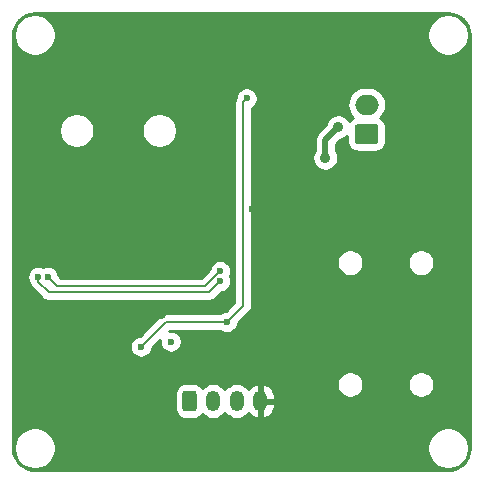
<source format=gbl>
G04 #@! TF.GenerationSoftware,KiCad,Pcbnew,(5.1.8)-1*
G04 #@! TF.CreationDate,2021-04-18T13:12:28+09:00*
G04 #@! TF.ProjectId,USB-Audio-StereoMic&MonauralSpeaker,5553422d-4175-4646-996f-2d5374657265,rev?*
G04 #@! TF.SameCoordinates,Original*
G04 #@! TF.FileFunction,Copper,L2,Bot*
G04 #@! TF.FilePolarity,Positive*
%FSLAX46Y46*%
G04 Gerber Fmt 4.6, Leading zero omitted, Abs format (unit mm)*
G04 Created by KiCad (PCBNEW (5.1.8)-1) date 2021-04-18 13:12:28*
%MOMM*%
%LPD*%
G01*
G04 APERTURE LIST*
G04 #@! TA.AperFunction,ComponentPad*
%ADD10O,2.000000X1.700000*%
G04 #@! TD*
G04 #@! TA.AperFunction,ComponentPad*
%ADD11O,1.200000X1.750000*%
G04 #@! TD*
G04 #@! TA.AperFunction,ComponentPad*
%ADD12C,0.508000*%
G04 #@! TD*
G04 #@! TA.AperFunction,ViaPad*
%ADD13C,0.600000*%
G04 #@! TD*
G04 #@! TA.AperFunction,ViaPad*
%ADD14C,0.900000*%
G04 #@! TD*
G04 #@! TA.AperFunction,Conductor*
%ADD15C,3.000000*%
G04 #@! TD*
G04 #@! TA.AperFunction,Conductor*
%ADD16C,0.500000*%
G04 #@! TD*
G04 #@! TA.AperFunction,Conductor*
%ADD17C,0.200000*%
G04 #@! TD*
G04 #@! TA.AperFunction,Conductor*
%ADD18C,0.254000*%
G04 #@! TD*
G04 #@! TA.AperFunction,Conductor*
%ADD19C,0.152400*%
G04 #@! TD*
G04 APERTURE END LIST*
D10*
G04 #@! TO.P,J4,2*
G04 #@! TO.N,Net-(J4-Pad2)*
X130600000Y-103400000D03*
G04 #@! TO.P,J4,1*
G04 #@! TO.N,Net-(J4-Pad1)*
G04 #@! TA.AperFunction,ComponentPad*
G36*
G01*
X131350000Y-106750000D02*
X129850000Y-106750000D01*
G75*
G02*
X129600000Y-106500000I0J250000D01*
G01*
X129600000Y-105300000D01*
G75*
G02*
X129850000Y-105050000I250000J0D01*
G01*
X131350000Y-105050000D01*
G75*
G02*
X131600000Y-105300000I0J-250000D01*
G01*
X131600000Y-106500000D01*
G75*
G02*
X131350000Y-106750000I-250000J0D01*
G01*
G37*
G04 #@! TD.AperFunction*
G04 #@! TD*
D11*
G04 #@! TO.P,J1,4*
G04 #@! TO.N,GND*
X121600000Y-128500000D03*
G04 #@! TO.P,J1,3*
G04 #@! TO.N,Net-(J1-Pad3)*
X119600000Y-128500000D03*
G04 #@! TO.P,J1,2*
G04 #@! TO.N,Net-(J1-Pad2)*
X117600000Y-128500000D03*
G04 #@! TO.P,J1,1*
G04 #@! TO.N,Net-(F1-Pad2)*
G04 #@! TA.AperFunction,ComponentPad*
G36*
G01*
X115000000Y-129125001D02*
X115000000Y-127874999D01*
G75*
G02*
X115249999Y-127625000I249999J0D01*
G01*
X115950001Y-127625000D01*
G75*
G02*
X116200000Y-127874999I0J-249999D01*
G01*
X116200000Y-129125001D01*
G75*
G02*
X115950001Y-129375000I-249999J0D01*
G01*
X115249999Y-129375000D01*
G75*
G02*
X115000000Y-129125001I0J249999D01*
G01*
G37*
G04 #@! TD.AperFunction*
G04 #@! TD*
D12*
G04 #@! TO.P,U4,9*
G04 #@! TO.N,GND*
X122500000Y-104206300D03*
X122500000Y-104993700D03*
G04 #@! TD*
D13*
G04 #@! TO.N,GND*
X105700000Y-113100000D03*
X107900000Y-112800000D03*
X103100000Y-113100000D03*
X110600000Y-112000000D03*
D14*
X113200000Y-121100000D03*
D13*
X103800000Y-115000000D03*
X109100000Y-125300000D03*
X110900000Y-127200000D03*
X109000000Y-127200000D03*
X103500000Y-128100000D03*
X101300000Y-127200000D03*
X105800000Y-129100000D03*
X120900000Y-112200000D03*
X122400000Y-112200000D03*
D14*
X136400000Y-111400000D03*
X136400000Y-121500000D03*
X106900000Y-109500000D03*
D13*
X108882106Y-117733563D03*
D14*
X118500000Y-123500000D03*
X128300000Y-103900000D03*
G04 #@! TO.N,+3V3*
X127100000Y-107900000D03*
X128200000Y-105300000D03*
D13*
G04 #@! TO.N,Net-(C16-Pad1)*
X118200000Y-117500000D03*
X103600000Y-118000000D03*
G04 #@! TO.N,Net-(C17-Pad1)*
X118211692Y-118336852D03*
X102799987Y-118000000D03*
G04 #@! TO.N,Net-(R1-Pad1)*
X114018909Y-123470416D03*
G04 #@! TO.N,EN*
X111500000Y-123900000D03*
X120444115Y-102869610D03*
X118800000Y-121800000D03*
G04 #@! TD*
D15*
G04 #@! TO.N,GND*
X122500000Y-104993700D02*
X122500000Y-104206300D01*
D16*
G04 #@! TO.N,+3V3*
X127100000Y-106400000D02*
X128200000Y-105300000D01*
X127100000Y-107900000D02*
X127100000Y-106400000D01*
D17*
G04 #@! TO.N,Net-(C16-Pad1)*
X104400000Y-118800000D02*
X103600000Y-118000000D01*
X116900000Y-118800000D02*
X104400000Y-118800000D01*
X118200000Y-117500000D02*
X116900000Y-118800000D01*
G04 #@! TO.N,Net-(C17-Pad1)*
X117248535Y-119300009D02*
X103675732Y-119300009D01*
X118211692Y-118336852D02*
X117248535Y-119300009D01*
X103675732Y-119300009D02*
X102799987Y-118424264D01*
X102799987Y-118424264D02*
X102799987Y-118000000D01*
G04 #@! TO.N,EN*
X113600000Y-121800000D02*
X111500000Y-123900000D01*
X118800000Y-121800000D02*
X113600000Y-121800000D01*
X120144116Y-103169609D02*
X120444115Y-102869610D01*
X120144116Y-120455884D02*
X120144116Y-103169609D01*
X118800000Y-121800000D02*
X120144116Y-120455884D01*
G04 #@! TD*
D18*
G04 #@! TO.N,GND*
X137856775Y-95698147D02*
X138199967Y-95801763D01*
X138516489Y-95970062D01*
X138794299Y-96196637D01*
X139022806Y-96472856D01*
X139193310Y-96788197D01*
X139299319Y-97130656D01*
X139340001Y-97517722D01*
X139340000Y-132467721D01*
X139301853Y-132856776D01*
X139198238Y-133199964D01*
X139029939Y-133516489D01*
X138803365Y-133794296D01*
X138527146Y-134022805D01*
X138211803Y-134193310D01*
X137869344Y-134299319D01*
X137482288Y-134340000D01*
X102532279Y-134340000D01*
X102143224Y-134301853D01*
X101800036Y-134198238D01*
X101483511Y-134029939D01*
X101205704Y-133803365D01*
X100977195Y-133527146D01*
X100806690Y-133211803D01*
X100700681Y-132869344D01*
X100660000Y-132482288D01*
X100660000Y-132325529D01*
X100728571Y-132325529D01*
X100728571Y-132674471D01*
X100796646Y-133016707D01*
X100930180Y-133339086D01*
X101124041Y-133629220D01*
X101370780Y-133875959D01*
X101660914Y-134069820D01*
X101983293Y-134203354D01*
X102325529Y-134271429D01*
X102674471Y-134271429D01*
X103016707Y-134203354D01*
X103339086Y-134069820D01*
X103629220Y-133875959D01*
X103875959Y-133629220D01*
X104069820Y-133339086D01*
X104203354Y-133016707D01*
X104271429Y-132674471D01*
X104271429Y-132325529D01*
X135728571Y-132325529D01*
X135728571Y-132674471D01*
X135796646Y-133016707D01*
X135930180Y-133339086D01*
X136124041Y-133629220D01*
X136370780Y-133875959D01*
X136660914Y-134069820D01*
X136983293Y-134203354D01*
X137325529Y-134271429D01*
X137674471Y-134271429D01*
X138016707Y-134203354D01*
X138339086Y-134069820D01*
X138629220Y-133875959D01*
X138875959Y-133629220D01*
X139069820Y-133339086D01*
X139203354Y-133016707D01*
X139271429Y-132674471D01*
X139271429Y-132325529D01*
X139203354Y-131983293D01*
X139069820Y-131660914D01*
X138875959Y-131370780D01*
X138629220Y-131124041D01*
X138339086Y-130930180D01*
X138016707Y-130796646D01*
X137674471Y-130728571D01*
X137325529Y-130728571D01*
X136983293Y-130796646D01*
X136660914Y-130930180D01*
X136370780Y-131124041D01*
X136124041Y-131370780D01*
X135930180Y-131660914D01*
X135796646Y-131983293D01*
X135728571Y-132325529D01*
X104271429Y-132325529D01*
X104203354Y-131983293D01*
X104069820Y-131660914D01*
X103875959Y-131370780D01*
X103629220Y-131124041D01*
X103339086Y-130930180D01*
X103016707Y-130796646D01*
X102674471Y-130728571D01*
X102325529Y-130728571D01*
X101983293Y-130796646D01*
X101660914Y-130930180D01*
X101370780Y-131124041D01*
X101124041Y-131370780D01*
X100930180Y-131660914D01*
X100796646Y-131983293D01*
X100728571Y-132325529D01*
X100660000Y-132325529D01*
X100660000Y-127874999D01*
X114361928Y-127874999D01*
X114361928Y-129125001D01*
X114378992Y-129298255D01*
X114429528Y-129464851D01*
X114511595Y-129618387D01*
X114622038Y-129752962D01*
X114756613Y-129863405D01*
X114910149Y-129945472D01*
X115076745Y-129996008D01*
X115249999Y-130013072D01*
X115950001Y-130013072D01*
X116123255Y-129996008D01*
X116289851Y-129945472D01*
X116443387Y-129863405D01*
X116577962Y-129752962D01*
X116688405Y-129618387D01*
X116690810Y-129613888D01*
X116722499Y-129652502D01*
X116910552Y-129806833D01*
X117125100Y-129921511D01*
X117357899Y-129992130D01*
X117600000Y-130015975D01*
X117842102Y-129992130D01*
X118074901Y-129921511D01*
X118289449Y-129806833D01*
X118477502Y-129652502D01*
X118600001Y-129503237D01*
X118722499Y-129652502D01*
X118910552Y-129806833D01*
X119125100Y-129921511D01*
X119357899Y-129992130D01*
X119600000Y-130015975D01*
X119842102Y-129992130D01*
X120074901Y-129921511D01*
X120289449Y-129806833D01*
X120477502Y-129652502D01*
X120600481Y-129502652D01*
X120643693Y-129566725D01*
X120816526Y-129738078D01*
X121019467Y-129872421D01*
X121244718Y-129964591D01*
X121282391Y-129968462D01*
X121473000Y-129843731D01*
X121473000Y-128627000D01*
X121727000Y-128627000D01*
X121727000Y-129843731D01*
X121917609Y-129968462D01*
X121955282Y-129964591D01*
X122180533Y-129872421D01*
X122383474Y-129738078D01*
X122556307Y-129566725D01*
X122692390Y-129364946D01*
X122786493Y-129140496D01*
X122835000Y-128902000D01*
X122835000Y-128627000D01*
X121727000Y-128627000D01*
X121473000Y-128627000D01*
X121453000Y-128627000D01*
X121453000Y-128373000D01*
X121473000Y-128373000D01*
X121473000Y-127156269D01*
X121727000Y-127156269D01*
X121727000Y-128373000D01*
X122835000Y-128373000D01*
X122835000Y-128098000D01*
X122786493Y-127859504D01*
X122692390Y-127635054D01*
X122556307Y-127433275D01*
X122383474Y-127261922D01*
X122180533Y-127127579D01*
X121955282Y-127035409D01*
X121917609Y-127031538D01*
X121727000Y-127156269D01*
X121473000Y-127156269D01*
X121282391Y-127031538D01*
X121244718Y-127035409D01*
X121019467Y-127127579D01*
X120816526Y-127261922D01*
X120643693Y-127433275D01*
X120600481Y-127497348D01*
X120477502Y-127347498D01*
X120289448Y-127193167D01*
X120074900Y-127078489D01*
X119842101Y-127007870D01*
X119642512Y-126988212D01*
X128065000Y-126988212D01*
X128065000Y-127211788D01*
X128108617Y-127431067D01*
X128194176Y-127637624D01*
X128318388Y-127823520D01*
X128476480Y-127981612D01*
X128662376Y-128105824D01*
X128868933Y-128191383D01*
X129088212Y-128235000D01*
X129311788Y-128235000D01*
X129531067Y-128191383D01*
X129737624Y-128105824D01*
X129923520Y-127981612D01*
X130081612Y-127823520D01*
X130205824Y-127637624D01*
X130291383Y-127431067D01*
X130335000Y-127211788D01*
X130335000Y-126988212D01*
X134065000Y-126988212D01*
X134065000Y-127211788D01*
X134108617Y-127431067D01*
X134194176Y-127637624D01*
X134318388Y-127823520D01*
X134476480Y-127981612D01*
X134662376Y-128105824D01*
X134868933Y-128191383D01*
X135088212Y-128235000D01*
X135311788Y-128235000D01*
X135531067Y-128191383D01*
X135737624Y-128105824D01*
X135923520Y-127981612D01*
X136081612Y-127823520D01*
X136205824Y-127637624D01*
X136291383Y-127431067D01*
X136335000Y-127211788D01*
X136335000Y-126988212D01*
X136291383Y-126768933D01*
X136205824Y-126562376D01*
X136081612Y-126376480D01*
X135923520Y-126218388D01*
X135737624Y-126094176D01*
X135531067Y-126008617D01*
X135311788Y-125965000D01*
X135088212Y-125965000D01*
X134868933Y-126008617D01*
X134662376Y-126094176D01*
X134476480Y-126218388D01*
X134318388Y-126376480D01*
X134194176Y-126562376D01*
X134108617Y-126768933D01*
X134065000Y-126988212D01*
X130335000Y-126988212D01*
X130291383Y-126768933D01*
X130205824Y-126562376D01*
X130081612Y-126376480D01*
X129923520Y-126218388D01*
X129737624Y-126094176D01*
X129531067Y-126008617D01*
X129311788Y-125965000D01*
X129088212Y-125965000D01*
X128868933Y-126008617D01*
X128662376Y-126094176D01*
X128476480Y-126218388D01*
X128318388Y-126376480D01*
X128194176Y-126562376D01*
X128108617Y-126768933D01*
X128065000Y-126988212D01*
X119642512Y-126988212D01*
X119600000Y-126984025D01*
X119357898Y-127007870D01*
X119125099Y-127078489D01*
X118910551Y-127193167D01*
X118722498Y-127347498D01*
X118600000Y-127496763D01*
X118477502Y-127347498D01*
X118289448Y-127193167D01*
X118074900Y-127078489D01*
X117842101Y-127007870D01*
X117600000Y-126984025D01*
X117357898Y-127007870D01*
X117125099Y-127078489D01*
X116910551Y-127193167D01*
X116722498Y-127347498D01*
X116690809Y-127386111D01*
X116688405Y-127381613D01*
X116577962Y-127247038D01*
X116443387Y-127136595D01*
X116289851Y-127054528D01*
X116123255Y-127003992D01*
X115950001Y-126986928D01*
X115249999Y-126986928D01*
X115076745Y-127003992D01*
X114910149Y-127054528D01*
X114756613Y-127136595D01*
X114622038Y-127247038D01*
X114511595Y-127381613D01*
X114429528Y-127535149D01*
X114378992Y-127701745D01*
X114361928Y-127874999D01*
X100660000Y-127874999D01*
X100660000Y-123807911D01*
X110565000Y-123807911D01*
X110565000Y-123992089D01*
X110600932Y-124172729D01*
X110671414Y-124342889D01*
X110773738Y-124496028D01*
X110903972Y-124626262D01*
X111057111Y-124728586D01*
X111227271Y-124799068D01*
X111407911Y-124835000D01*
X111592089Y-124835000D01*
X111772729Y-124799068D01*
X111942889Y-124728586D01*
X112096028Y-124626262D01*
X112226262Y-124496028D01*
X112328586Y-124342889D01*
X112399068Y-124172729D01*
X112431932Y-124007515D01*
X113089568Y-123349879D01*
X113083909Y-123378327D01*
X113083909Y-123562505D01*
X113119841Y-123743145D01*
X113190323Y-123913305D01*
X113292647Y-124066444D01*
X113422881Y-124196678D01*
X113576020Y-124299002D01*
X113746180Y-124369484D01*
X113926820Y-124405416D01*
X114110998Y-124405416D01*
X114291638Y-124369484D01*
X114461798Y-124299002D01*
X114614937Y-124196678D01*
X114745171Y-124066444D01*
X114847495Y-123913305D01*
X114917977Y-123743145D01*
X114953909Y-123562505D01*
X114953909Y-123378327D01*
X114917977Y-123197687D01*
X114847495Y-123027527D01*
X114745171Y-122874388D01*
X114614937Y-122744154D01*
X114461798Y-122641830D01*
X114291638Y-122571348D01*
X114110998Y-122535416D01*
X113926820Y-122535416D01*
X113898372Y-122541075D01*
X113904447Y-122535000D01*
X118217049Y-122535000D01*
X118357111Y-122628586D01*
X118527271Y-122699068D01*
X118707911Y-122735000D01*
X118892089Y-122735000D01*
X119072729Y-122699068D01*
X119242889Y-122628586D01*
X119396028Y-122526262D01*
X119526262Y-122396028D01*
X119628586Y-122242889D01*
X119699068Y-122072729D01*
X119731932Y-121907515D01*
X120638313Y-121001134D01*
X120666353Y-120978122D01*
X120689366Y-120950081D01*
X120689369Y-120950078D01*
X120729702Y-120900932D01*
X120758203Y-120866204D01*
X120826453Y-120738517D01*
X120868481Y-120599969D01*
X120879116Y-120491989D01*
X120879116Y-120491988D01*
X120882672Y-120455885D01*
X120879116Y-120419780D01*
X120879116Y-116688212D01*
X128065000Y-116688212D01*
X128065000Y-116911788D01*
X128108617Y-117131067D01*
X128194176Y-117337624D01*
X128318388Y-117523520D01*
X128476480Y-117681612D01*
X128662376Y-117805824D01*
X128868933Y-117891383D01*
X129088212Y-117935000D01*
X129311788Y-117935000D01*
X129531067Y-117891383D01*
X129737624Y-117805824D01*
X129923520Y-117681612D01*
X130081612Y-117523520D01*
X130205824Y-117337624D01*
X130291383Y-117131067D01*
X130335000Y-116911788D01*
X130335000Y-116688212D01*
X134065000Y-116688212D01*
X134065000Y-116911788D01*
X134108617Y-117131067D01*
X134194176Y-117337624D01*
X134318388Y-117523520D01*
X134476480Y-117681612D01*
X134662376Y-117805824D01*
X134868933Y-117891383D01*
X135088212Y-117935000D01*
X135311788Y-117935000D01*
X135531067Y-117891383D01*
X135737624Y-117805824D01*
X135923520Y-117681612D01*
X136081612Y-117523520D01*
X136205824Y-117337624D01*
X136291383Y-117131067D01*
X136335000Y-116911788D01*
X136335000Y-116688212D01*
X136291383Y-116468933D01*
X136205824Y-116262376D01*
X136081612Y-116076480D01*
X135923520Y-115918388D01*
X135737624Y-115794176D01*
X135531067Y-115708617D01*
X135311788Y-115665000D01*
X135088212Y-115665000D01*
X134868933Y-115708617D01*
X134662376Y-115794176D01*
X134476480Y-115918388D01*
X134318388Y-116076480D01*
X134194176Y-116262376D01*
X134108617Y-116468933D01*
X134065000Y-116688212D01*
X130335000Y-116688212D01*
X130291383Y-116468933D01*
X130205824Y-116262376D01*
X130081612Y-116076480D01*
X129923520Y-115918388D01*
X129737624Y-115794176D01*
X129531067Y-115708617D01*
X129311788Y-115665000D01*
X129088212Y-115665000D01*
X128868933Y-115708617D01*
X128662376Y-115794176D01*
X128476480Y-115918388D01*
X128318388Y-116076480D01*
X128194176Y-116262376D01*
X128108617Y-116468933D01*
X128065000Y-116688212D01*
X120879116Y-116688212D01*
X120879116Y-107793137D01*
X126015000Y-107793137D01*
X126015000Y-108006863D01*
X126056696Y-108216483D01*
X126138485Y-108413940D01*
X126257225Y-108591647D01*
X126408353Y-108742775D01*
X126586060Y-108861515D01*
X126783517Y-108943304D01*
X126993137Y-108985000D01*
X127206863Y-108985000D01*
X127416483Y-108943304D01*
X127613940Y-108861515D01*
X127791647Y-108742775D01*
X127942775Y-108591647D01*
X128061515Y-108413940D01*
X128143304Y-108216483D01*
X128185000Y-108006863D01*
X128185000Y-107793137D01*
X128143304Y-107583517D01*
X128061515Y-107386060D01*
X127985000Y-107271547D01*
X127985000Y-106766578D01*
X128381406Y-106370172D01*
X128516483Y-106343304D01*
X128713940Y-106261515D01*
X128891647Y-106142775D01*
X128961928Y-106072494D01*
X128961928Y-106500000D01*
X128978992Y-106673254D01*
X129029528Y-106839850D01*
X129111595Y-106993386D01*
X129222038Y-107127962D01*
X129356614Y-107238405D01*
X129510150Y-107320472D01*
X129676746Y-107371008D01*
X129850000Y-107388072D01*
X131350000Y-107388072D01*
X131523254Y-107371008D01*
X131689850Y-107320472D01*
X131843386Y-107238405D01*
X131977962Y-107127962D01*
X132088405Y-106993386D01*
X132170472Y-106839850D01*
X132221008Y-106673254D01*
X132238072Y-106500000D01*
X132238072Y-105300000D01*
X132221008Y-105126746D01*
X132170472Y-104960150D01*
X132088405Y-104806614D01*
X131977962Y-104672038D01*
X131843386Y-104561595D01*
X131741663Y-104507223D01*
X131805134Y-104455134D01*
X131990706Y-104229014D01*
X132128599Y-103971034D01*
X132213513Y-103691111D01*
X132242185Y-103400000D01*
X132213513Y-103108889D01*
X132128599Y-102828966D01*
X131990706Y-102570986D01*
X131805134Y-102344866D01*
X131579014Y-102159294D01*
X131321034Y-102021401D01*
X131041111Y-101936487D01*
X130822950Y-101915000D01*
X130377050Y-101915000D01*
X130158889Y-101936487D01*
X129878966Y-102021401D01*
X129620986Y-102159294D01*
X129394866Y-102344866D01*
X129209294Y-102570986D01*
X129071401Y-102828966D01*
X128986487Y-103108889D01*
X128957815Y-103400000D01*
X128986487Y-103691111D01*
X129071401Y-103971034D01*
X129209294Y-104229014D01*
X129394866Y-104455134D01*
X129458337Y-104507223D01*
X129356614Y-104561595D01*
X129222038Y-104672038D01*
X129146682Y-104763860D01*
X129042775Y-104608353D01*
X128891647Y-104457225D01*
X128713940Y-104338485D01*
X128516483Y-104256696D01*
X128306863Y-104215000D01*
X128093137Y-104215000D01*
X127883517Y-104256696D01*
X127686060Y-104338485D01*
X127508353Y-104457225D01*
X127357225Y-104608353D01*
X127238485Y-104786060D01*
X127156696Y-104983517D01*
X127129828Y-105118594D01*
X126504951Y-105743471D01*
X126471184Y-105771183D01*
X126443471Y-105804951D01*
X126443468Y-105804954D01*
X126360590Y-105905941D01*
X126278412Y-106059687D01*
X126227805Y-106226510D01*
X126210719Y-106400000D01*
X126215001Y-106443479D01*
X126215000Y-107271547D01*
X126138485Y-107386060D01*
X126056696Y-107583517D01*
X126015000Y-107793137D01*
X120879116Y-107793137D01*
X120879116Y-105595087D01*
X122078219Y-105595087D01*
X122083009Y-105783704D01*
X122245143Y-105849875D01*
X122417071Y-105883143D01*
X122592186Y-105882231D01*
X122763759Y-105847174D01*
X122916991Y-105783704D01*
X122921781Y-105595087D01*
X122500000Y-105173305D01*
X122078219Y-105595087D01*
X120879116Y-105595087D01*
X120879116Y-104123371D01*
X121610557Y-104123371D01*
X121611469Y-104298486D01*
X121646526Y-104470059D01*
X121700420Y-104600172D01*
X121643825Y-104738843D01*
X121610557Y-104910771D01*
X121611469Y-105085886D01*
X121646526Y-105257459D01*
X121709996Y-105410691D01*
X121898613Y-105415481D01*
X122250570Y-105063525D01*
X122417071Y-105095743D01*
X122592186Y-105094831D01*
X122748747Y-105062841D01*
X123101387Y-105415481D01*
X123290004Y-105410691D01*
X123356175Y-105248557D01*
X123389443Y-105076629D01*
X123388531Y-104901514D01*
X123353474Y-104729941D01*
X123299580Y-104599828D01*
X123356175Y-104461157D01*
X123389443Y-104289229D01*
X123388531Y-104114114D01*
X123353474Y-103942541D01*
X123290004Y-103789309D01*
X123101387Y-103784519D01*
X122749430Y-104136475D01*
X122582929Y-104104257D01*
X122407814Y-104105169D01*
X122251253Y-104137159D01*
X121898613Y-103784519D01*
X121709996Y-103789309D01*
X121643825Y-103951443D01*
X121610557Y-104123371D01*
X120879116Y-104123371D01*
X120879116Y-103701463D01*
X120887004Y-103698196D01*
X121026612Y-103604913D01*
X122078219Y-103604913D01*
X122500000Y-104026695D01*
X122921781Y-103604913D01*
X122916991Y-103416296D01*
X122754857Y-103350125D01*
X122582929Y-103316857D01*
X122407814Y-103317769D01*
X122236241Y-103352826D01*
X122083009Y-103416296D01*
X122078219Y-103604913D01*
X121026612Y-103604913D01*
X121040143Y-103595872D01*
X121170377Y-103465638D01*
X121272701Y-103312499D01*
X121343183Y-103142339D01*
X121379115Y-102961699D01*
X121379115Y-102777521D01*
X121343183Y-102596881D01*
X121272701Y-102426721D01*
X121170377Y-102273582D01*
X121040143Y-102143348D01*
X120887004Y-102041024D01*
X120716844Y-101970542D01*
X120536204Y-101934610D01*
X120352026Y-101934610D01*
X120171386Y-101970542D01*
X120001226Y-102041024D01*
X119848087Y-102143348D01*
X119717853Y-102273582D01*
X119615529Y-102426721D01*
X119545047Y-102596881D01*
X119509115Y-102777521D01*
X119509115Y-102798419D01*
X119461780Y-102886976D01*
X119419751Y-103025524D01*
X119405560Y-103169609D01*
X119409117Y-103205724D01*
X119409116Y-120151437D01*
X118692485Y-120868068D01*
X118527271Y-120900932D01*
X118357111Y-120971414D01*
X118217049Y-121065000D01*
X113636094Y-121065000D01*
X113599999Y-121061445D01*
X113563904Y-121065000D01*
X113563895Y-121065000D01*
X113455915Y-121075635D01*
X113317367Y-121117663D01*
X113189680Y-121185913D01*
X113077762Y-121277762D01*
X113054746Y-121305807D01*
X111392485Y-122968068D01*
X111227271Y-123000932D01*
X111057111Y-123071414D01*
X110903972Y-123173738D01*
X110773738Y-123303972D01*
X110671414Y-123457111D01*
X110600932Y-123627271D01*
X110565000Y-123807911D01*
X100660000Y-123807911D01*
X100660000Y-117907911D01*
X101864987Y-117907911D01*
X101864987Y-118092089D01*
X101900919Y-118272729D01*
X101971401Y-118442889D01*
X102073725Y-118596028D01*
X102088501Y-118610804D01*
X102117650Y-118706896D01*
X102185900Y-118834583D01*
X102277749Y-118946501D01*
X102305795Y-118969518D01*
X103130478Y-119794202D01*
X103153494Y-119822247D01*
X103265412Y-119914096D01*
X103393099Y-119982346D01*
X103531647Y-120024374D01*
X103639627Y-120035009D01*
X103639636Y-120035009D01*
X103675731Y-120038564D01*
X103711826Y-120035009D01*
X117212430Y-120035009D01*
X117248535Y-120038565D01*
X117284640Y-120035009D01*
X117392620Y-120024374D01*
X117531168Y-119982346D01*
X117658855Y-119914096D01*
X117770773Y-119822247D01*
X117793793Y-119794197D01*
X118319207Y-119268784D01*
X118484421Y-119235920D01*
X118654581Y-119165438D01*
X118807720Y-119063114D01*
X118937954Y-118932880D01*
X119040278Y-118779741D01*
X119110760Y-118609581D01*
X119146692Y-118428941D01*
X119146692Y-118244763D01*
X119110760Y-118064123D01*
X119044565Y-117904312D01*
X119099068Y-117772729D01*
X119135000Y-117592089D01*
X119135000Y-117407911D01*
X119099068Y-117227271D01*
X119028586Y-117057111D01*
X118926262Y-116903972D01*
X118796028Y-116773738D01*
X118642889Y-116671414D01*
X118472729Y-116600932D01*
X118292089Y-116565000D01*
X118107911Y-116565000D01*
X117927271Y-116600932D01*
X117757111Y-116671414D01*
X117603972Y-116773738D01*
X117473738Y-116903972D01*
X117371414Y-117057111D01*
X117300932Y-117227271D01*
X117268068Y-117392485D01*
X116595554Y-118065000D01*
X104704447Y-118065000D01*
X104531932Y-117892485D01*
X104499068Y-117727271D01*
X104428586Y-117557111D01*
X104326262Y-117403972D01*
X104196028Y-117273738D01*
X104042889Y-117171414D01*
X103872729Y-117100932D01*
X103692089Y-117065000D01*
X103507911Y-117065000D01*
X103327271Y-117100932D01*
X103199994Y-117153652D01*
X103072716Y-117100932D01*
X102892076Y-117065000D01*
X102707898Y-117065000D01*
X102527258Y-117100932D01*
X102357098Y-117171414D01*
X102203959Y-117273738D01*
X102073725Y-117403972D01*
X101971401Y-117557111D01*
X101900919Y-117727271D01*
X101864987Y-117907911D01*
X100660000Y-117907911D01*
X100660000Y-105453740D01*
X104565000Y-105453740D01*
X104565000Y-105746260D01*
X104622068Y-106033158D01*
X104734010Y-106303411D01*
X104896525Y-106546632D01*
X105103368Y-106753475D01*
X105346589Y-106915990D01*
X105616842Y-107027932D01*
X105903740Y-107085000D01*
X106196260Y-107085000D01*
X106483158Y-107027932D01*
X106753411Y-106915990D01*
X106996632Y-106753475D01*
X107203475Y-106546632D01*
X107365990Y-106303411D01*
X107477932Y-106033158D01*
X107535000Y-105746260D01*
X107535000Y-105453740D01*
X111565000Y-105453740D01*
X111565000Y-105746260D01*
X111622068Y-106033158D01*
X111734010Y-106303411D01*
X111896525Y-106546632D01*
X112103368Y-106753475D01*
X112346589Y-106915990D01*
X112616842Y-107027932D01*
X112903740Y-107085000D01*
X113196260Y-107085000D01*
X113483158Y-107027932D01*
X113753411Y-106915990D01*
X113996632Y-106753475D01*
X114203475Y-106546632D01*
X114365990Y-106303411D01*
X114477932Y-106033158D01*
X114535000Y-105746260D01*
X114535000Y-105453740D01*
X114477932Y-105166842D01*
X114365990Y-104896589D01*
X114203475Y-104653368D01*
X113996632Y-104446525D01*
X113753411Y-104284010D01*
X113483158Y-104172068D01*
X113196260Y-104115000D01*
X112903740Y-104115000D01*
X112616842Y-104172068D01*
X112346589Y-104284010D01*
X112103368Y-104446525D01*
X111896525Y-104653368D01*
X111734010Y-104896589D01*
X111622068Y-105166842D01*
X111565000Y-105453740D01*
X107535000Y-105453740D01*
X107477932Y-105166842D01*
X107365990Y-104896589D01*
X107203475Y-104653368D01*
X106996632Y-104446525D01*
X106753411Y-104284010D01*
X106483158Y-104172068D01*
X106196260Y-104115000D01*
X105903740Y-104115000D01*
X105616842Y-104172068D01*
X105346589Y-104284010D01*
X105103368Y-104446525D01*
X104896525Y-104653368D01*
X104734010Y-104896589D01*
X104622068Y-105166842D01*
X104565000Y-105453740D01*
X100660000Y-105453740D01*
X100660000Y-97532279D01*
X100680271Y-97325529D01*
X100728571Y-97325529D01*
X100728571Y-97674471D01*
X100796646Y-98016707D01*
X100930180Y-98339086D01*
X101124041Y-98629220D01*
X101370780Y-98875959D01*
X101660914Y-99069820D01*
X101983293Y-99203354D01*
X102325529Y-99271429D01*
X102674471Y-99271429D01*
X103016707Y-99203354D01*
X103339086Y-99069820D01*
X103629220Y-98875959D01*
X103875959Y-98629220D01*
X104069820Y-98339086D01*
X104203354Y-98016707D01*
X104271429Y-97674471D01*
X104271429Y-97325529D01*
X135728571Y-97325529D01*
X135728571Y-97674471D01*
X135796646Y-98016707D01*
X135930180Y-98339086D01*
X136124041Y-98629220D01*
X136370780Y-98875959D01*
X136660914Y-99069820D01*
X136983293Y-99203354D01*
X137325529Y-99271429D01*
X137674471Y-99271429D01*
X138016707Y-99203354D01*
X138339086Y-99069820D01*
X138629220Y-98875959D01*
X138875959Y-98629220D01*
X139069820Y-98339086D01*
X139203354Y-98016707D01*
X139271429Y-97674471D01*
X139271429Y-97325529D01*
X139203354Y-96983293D01*
X139069820Y-96660914D01*
X138875959Y-96370780D01*
X138629220Y-96124041D01*
X138339086Y-95930180D01*
X138016707Y-95796646D01*
X137674471Y-95728571D01*
X137325529Y-95728571D01*
X136983293Y-95796646D01*
X136660914Y-95930180D01*
X136370780Y-96124041D01*
X136124041Y-96370780D01*
X135930180Y-96660914D01*
X135796646Y-96983293D01*
X135728571Y-97325529D01*
X104271429Y-97325529D01*
X104203354Y-96983293D01*
X104069820Y-96660914D01*
X103875959Y-96370780D01*
X103629220Y-96124041D01*
X103339086Y-95930180D01*
X103016707Y-95796646D01*
X102674471Y-95728571D01*
X102325529Y-95728571D01*
X101983293Y-95796646D01*
X101660914Y-95930180D01*
X101370780Y-96124041D01*
X101124041Y-96370780D01*
X100930180Y-96660914D01*
X100796646Y-96983293D01*
X100728571Y-97325529D01*
X100680271Y-97325529D01*
X100698147Y-97143225D01*
X100801763Y-96800033D01*
X100970062Y-96483511D01*
X101196637Y-96205701D01*
X101472856Y-95977194D01*
X101788197Y-95806690D01*
X102130656Y-95700681D01*
X102517712Y-95660000D01*
X137467721Y-95660000D01*
X137856775Y-95698147D01*
G04 #@! TA.AperFunction,Conductor*
D19*
G36*
X137856775Y-95698147D02*
G01*
X138199967Y-95801763D01*
X138516489Y-95970062D01*
X138794299Y-96196637D01*
X139022806Y-96472856D01*
X139193310Y-96788197D01*
X139299319Y-97130656D01*
X139340001Y-97517722D01*
X139340000Y-132467721D01*
X139301853Y-132856776D01*
X139198238Y-133199964D01*
X139029939Y-133516489D01*
X138803365Y-133794296D01*
X138527146Y-134022805D01*
X138211803Y-134193310D01*
X137869344Y-134299319D01*
X137482288Y-134340000D01*
X102532279Y-134340000D01*
X102143224Y-134301853D01*
X101800036Y-134198238D01*
X101483511Y-134029939D01*
X101205704Y-133803365D01*
X100977195Y-133527146D01*
X100806690Y-133211803D01*
X100700681Y-132869344D01*
X100660000Y-132482288D01*
X100660000Y-132325529D01*
X100728571Y-132325529D01*
X100728571Y-132674471D01*
X100796646Y-133016707D01*
X100930180Y-133339086D01*
X101124041Y-133629220D01*
X101370780Y-133875959D01*
X101660914Y-134069820D01*
X101983293Y-134203354D01*
X102325529Y-134271429D01*
X102674471Y-134271429D01*
X103016707Y-134203354D01*
X103339086Y-134069820D01*
X103629220Y-133875959D01*
X103875959Y-133629220D01*
X104069820Y-133339086D01*
X104203354Y-133016707D01*
X104271429Y-132674471D01*
X104271429Y-132325529D01*
X135728571Y-132325529D01*
X135728571Y-132674471D01*
X135796646Y-133016707D01*
X135930180Y-133339086D01*
X136124041Y-133629220D01*
X136370780Y-133875959D01*
X136660914Y-134069820D01*
X136983293Y-134203354D01*
X137325529Y-134271429D01*
X137674471Y-134271429D01*
X138016707Y-134203354D01*
X138339086Y-134069820D01*
X138629220Y-133875959D01*
X138875959Y-133629220D01*
X139069820Y-133339086D01*
X139203354Y-133016707D01*
X139271429Y-132674471D01*
X139271429Y-132325529D01*
X139203354Y-131983293D01*
X139069820Y-131660914D01*
X138875959Y-131370780D01*
X138629220Y-131124041D01*
X138339086Y-130930180D01*
X138016707Y-130796646D01*
X137674471Y-130728571D01*
X137325529Y-130728571D01*
X136983293Y-130796646D01*
X136660914Y-130930180D01*
X136370780Y-131124041D01*
X136124041Y-131370780D01*
X135930180Y-131660914D01*
X135796646Y-131983293D01*
X135728571Y-132325529D01*
X104271429Y-132325529D01*
X104203354Y-131983293D01*
X104069820Y-131660914D01*
X103875959Y-131370780D01*
X103629220Y-131124041D01*
X103339086Y-130930180D01*
X103016707Y-130796646D01*
X102674471Y-130728571D01*
X102325529Y-130728571D01*
X101983293Y-130796646D01*
X101660914Y-130930180D01*
X101370780Y-131124041D01*
X101124041Y-131370780D01*
X100930180Y-131660914D01*
X100796646Y-131983293D01*
X100728571Y-132325529D01*
X100660000Y-132325529D01*
X100660000Y-127874999D01*
X114361928Y-127874999D01*
X114361928Y-129125001D01*
X114378992Y-129298255D01*
X114429528Y-129464851D01*
X114511595Y-129618387D01*
X114622038Y-129752962D01*
X114756613Y-129863405D01*
X114910149Y-129945472D01*
X115076745Y-129996008D01*
X115249999Y-130013072D01*
X115950001Y-130013072D01*
X116123255Y-129996008D01*
X116289851Y-129945472D01*
X116443387Y-129863405D01*
X116577962Y-129752962D01*
X116688405Y-129618387D01*
X116690810Y-129613888D01*
X116722499Y-129652502D01*
X116910552Y-129806833D01*
X117125100Y-129921511D01*
X117357899Y-129992130D01*
X117600000Y-130015975D01*
X117842102Y-129992130D01*
X118074901Y-129921511D01*
X118289449Y-129806833D01*
X118477502Y-129652502D01*
X118600001Y-129503237D01*
X118722499Y-129652502D01*
X118910552Y-129806833D01*
X119125100Y-129921511D01*
X119357899Y-129992130D01*
X119600000Y-130015975D01*
X119842102Y-129992130D01*
X120074901Y-129921511D01*
X120289449Y-129806833D01*
X120477502Y-129652502D01*
X120600481Y-129502652D01*
X120643693Y-129566725D01*
X120816526Y-129738078D01*
X121019467Y-129872421D01*
X121244718Y-129964591D01*
X121282391Y-129968462D01*
X121473000Y-129843731D01*
X121473000Y-128627000D01*
X121727000Y-128627000D01*
X121727000Y-129843731D01*
X121917609Y-129968462D01*
X121955282Y-129964591D01*
X122180533Y-129872421D01*
X122383474Y-129738078D01*
X122556307Y-129566725D01*
X122692390Y-129364946D01*
X122786493Y-129140496D01*
X122835000Y-128902000D01*
X122835000Y-128627000D01*
X121727000Y-128627000D01*
X121473000Y-128627000D01*
X121453000Y-128627000D01*
X121453000Y-128373000D01*
X121473000Y-128373000D01*
X121473000Y-127156269D01*
X121727000Y-127156269D01*
X121727000Y-128373000D01*
X122835000Y-128373000D01*
X122835000Y-128098000D01*
X122786493Y-127859504D01*
X122692390Y-127635054D01*
X122556307Y-127433275D01*
X122383474Y-127261922D01*
X122180533Y-127127579D01*
X121955282Y-127035409D01*
X121917609Y-127031538D01*
X121727000Y-127156269D01*
X121473000Y-127156269D01*
X121282391Y-127031538D01*
X121244718Y-127035409D01*
X121019467Y-127127579D01*
X120816526Y-127261922D01*
X120643693Y-127433275D01*
X120600481Y-127497348D01*
X120477502Y-127347498D01*
X120289448Y-127193167D01*
X120074900Y-127078489D01*
X119842101Y-127007870D01*
X119642512Y-126988212D01*
X128065000Y-126988212D01*
X128065000Y-127211788D01*
X128108617Y-127431067D01*
X128194176Y-127637624D01*
X128318388Y-127823520D01*
X128476480Y-127981612D01*
X128662376Y-128105824D01*
X128868933Y-128191383D01*
X129088212Y-128235000D01*
X129311788Y-128235000D01*
X129531067Y-128191383D01*
X129737624Y-128105824D01*
X129923520Y-127981612D01*
X130081612Y-127823520D01*
X130205824Y-127637624D01*
X130291383Y-127431067D01*
X130335000Y-127211788D01*
X130335000Y-126988212D01*
X134065000Y-126988212D01*
X134065000Y-127211788D01*
X134108617Y-127431067D01*
X134194176Y-127637624D01*
X134318388Y-127823520D01*
X134476480Y-127981612D01*
X134662376Y-128105824D01*
X134868933Y-128191383D01*
X135088212Y-128235000D01*
X135311788Y-128235000D01*
X135531067Y-128191383D01*
X135737624Y-128105824D01*
X135923520Y-127981612D01*
X136081612Y-127823520D01*
X136205824Y-127637624D01*
X136291383Y-127431067D01*
X136335000Y-127211788D01*
X136335000Y-126988212D01*
X136291383Y-126768933D01*
X136205824Y-126562376D01*
X136081612Y-126376480D01*
X135923520Y-126218388D01*
X135737624Y-126094176D01*
X135531067Y-126008617D01*
X135311788Y-125965000D01*
X135088212Y-125965000D01*
X134868933Y-126008617D01*
X134662376Y-126094176D01*
X134476480Y-126218388D01*
X134318388Y-126376480D01*
X134194176Y-126562376D01*
X134108617Y-126768933D01*
X134065000Y-126988212D01*
X130335000Y-126988212D01*
X130291383Y-126768933D01*
X130205824Y-126562376D01*
X130081612Y-126376480D01*
X129923520Y-126218388D01*
X129737624Y-126094176D01*
X129531067Y-126008617D01*
X129311788Y-125965000D01*
X129088212Y-125965000D01*
X128868933Y-126008617D01*
X128662376Y-126094176D01*
X128476480Y-126218388D01*
X128318388Y-126376480D01*
X128194176Y-126562376D01*
X128108617Y-126768933D01*
X128065000Y-126988212D01*
X119642512Y-126988212D01*
X119600000Y-126984025D01*
X119357898Y-127007870D01*
X119125099Y-127078489D01*
X118910551Y-127193167D01*
X118722498Y-127347498D01*
X118600000Y-127496763D01*
X118477502Y-127347498D01*
X118289448Y-127193167D01*
X118074900Y-127078489D01*
X117842101Y-127007870D01*
X117600000Y-126984025D01*
X117357898Y-127007870D01*
X117125099Y-127078489D01*
X116910551Y-127193167D01*
X116722498Y-127347498D01*
X116690809Y-127386111D01*
X116688405Y-127381613D01*
X116577962Y-127247038D01*
X116443387Y-127136595D01*
X116289851Y-127054528D01*
X116123255Y-127003992D01*
X115950001Y-126986928D01*
X115249999Y-126986928D01*
X115076745Y-127003992D01*
X114910149Y-127054528D01*
X114756613Y-127136595D01*
X114622038Y-127247038D01*
X114511595Y-127381613D01*
X114429528Y-127535149D01*
X114378992Y-127701745D01*
X114361928Y-127874999D01*
X100660000Y-127874999D01*
X100660000Y-123807911D01*
X110565000Y-123807911D01*
X110565000Y-123992089D01*
X110600932Y-124172729D01*
X110671414Y-124342889D01*
X110773738Y-124496028D01*
X110903972Y-124626262D01*
X111057111Y-124728586D01*
X111227271Y-124799068D01*
X111407911Y-124835000D01*
X111592089Y-124835000D01*
X111772729Y-124799068D01*
X111942889Y-124728586D01*
X112096028Y-124626262D01*
X112226262Y-124496028D01*
X112328586Y-124342889D01*
X112399068Y-124172729D01*
X112431932Y-124007515D01*
X113089568Y-123349879D01*
X113083909Y-123378327D01*
X113083909Y-123562505D01*
X113119841Y-123743145D01*
X113190323Y-123913305D01*
X113292647Y-124066444D01*
X113422881Y-124196678D01*
X113576020Y-124299002D01*
X113746180Y-124369484D01*
X113926820Y-124405416D01*
X114110998Y-124405416D01*
X114291638Y-124369484D01*
X114461798Y-124299002D01*
X114614937Y-124196678D01*
X114745171Y-124066444D01*
X114847495Y-123913305D01*
X114917977Y-123743145D01*
X114953909Y-123562505D01*
X114953909Y-123378327D01*
X114917977Y-123197687D01*
X114847495Y-123027527D01*
X114745171Y-122874388D01*
X114614937Y-122744154D01*
X114461798Y-122641830D01*
X114291638Y-122571348D01*
X114110998Y-122535416D01*
X113926820Y-122535416D01*
X113898372Y-122541075D01*
X113904447Y-122535000D01*
X118217049Y-122535000D01*
X118357111Y-122628586D01*
X118527271Y-122699068D01*
X118707911Y-122735000D01*
X118892089Y-122735000D01*
X119072729Y-122699068D01*
X119242889Y-122628586D01*
X119396028Y-122526262D01*
X119526262Y-122396028D01*
X119628586Y-122242889D01*
X119699068Y-122072729D01*
X119731932Y-121907515D01*
X120638313Y-121001134D01*
X120666353Y-120978122D01*
X120689366Y-120950081D01*
X120689369Y-120950078D01*
X120729702Y-120900932D01*
X120758203Y-120866204D01*
X120826453Y-120738517D01*
X120868481Y-120599969D01*
X120879116Y-120491989D01*
X120879116Y-120491988D01*
X120882672Y-120455885D01*
X120879116Y-120419780D01*
X120879116Y-116688212D01*
X128065000Y-116688212D01*
X128065000Y-116911788D01*
X128108617Y-117131067D01*
X128194176Y-117337624D01*
X128318388Y-117523520D01*
X128476480Y-117681612D01*
X128662376Y-117805824D01*
X128868933Y-117891383D01*
X129088212Y-117935000D01*
X129311788Y-117935000D01*
X129531067Y-117891383D01*
X129737624Y-117805824D01*
X129923520Y-117681612D01*
X130081612Y-117523520D01*
X130205824Y-117337624D01*
X130291383Y-117131067D01*
X130335000Y-116911788D01*
X130335000Y-116688212D01*
X134065000Y-116688212D01*
X134065000Y-116911788D01*
X134108617Y-117131067D01*
X134194176Y-117337624D01*
X134318388Y-117523520D01*
X134476480Y-117681612D01*
X134662376Y-117805824D01*
X134868933Y-117891383D01*
X135088212Y-117935000D01*
X135311788Y-117935000D01*
X135531067Y-117891383D01*
X135737624Y-117805824D01*
X135923520Y-117681612D01*
X136081612Y-117523520D01*
X136205824Y-117337624D01*
X136291383Y-117131067D01*
X136335000Y-116911788D01*
X136335000Y-116688212D01*
X136291383Y-116468933D01*
X136205824Y-116262376D01*
X136081612Y-116076480D01*
X135923520Y-115918388D01*
X135737624Y-115794176D01*
X135531067Y-115708617D01*
X135311788Y-115665000D01*
X135088212Y-115665000D01*
X134868933Y-115708617D01*
X134662376Y-115794176D01*
X134476480Y-115918388D01*
X134318388Y-116076480D01*
X134194176Y-116262376D01*
X134108617Y-116468933D01*
X134065000Y-116688212D01*
X130335000Y-116688212D01*
X130291383Y-116468933D01*
X130205824Y-116262376D01*
X130081612Y-116076480D01*
X129923520Y-115918388D01*
X129737624Y-115794176D01*
X129531067Y-115708617D01*
X129311788Y-115665000D01*
X129088212Y-115665000D01*
X128868933Y-115708617D01*
X128662376Y-115794176D01*
X128476480Y-115918388D01*
X128318388Y-116076480D01*
X128194176Y-116262376D01*
X128108617Y-116468933D01*
X128065000Y-116688212D01*
X120879116Y-116688212D01*
X120879116Y-107793137D01*
X126015000Y-107793137D01*
X126015000Y-108006863D01*
X126056696Y-108216483D01*
X126138485Y-108413940D01*
X126257225Y-108591647D01*
X126408353Y-108742775D01*
X126586060Y-108861515D01*
X126783517Y-108943304D01*
X126993137Y-108985000D01*
X127206863Y-108985000D01*
X127416483Y-108943304D01*
X127613940Y-108861515D01*
X127791647Y-108742775D01*
X127942775Y-108591647D01*
X128061515Y-108413940D01*
X128143304Y-108216483D01*
X128185000Y-108006863D01*
X128185000Y-107793137D01*
X128143304Y-107583517D01*
X128061515Y-107386060D01*
X127985000Y-107271547D01*
X127985000Y-106766578D01*
X128381406Y-106370172D01*
X128516483Y-106343304D01*
X128713940Y-106261515D01*
X128891647Y-106142775D01*
X128961928Y-106072494D01*
X128961928Y-106500000D01*
X128978992Y-106673254D01*
X129029528Y-106839850D01*
X129111595Y-106993386D01*
X129222038Y-107127962D01*
X129356614Y-107238405D01*
X129510150Y-107320472D01*
X129676746Y-107371008D01*
X129850000Y-107388072D01*
X131350000Y-107388072D01*
X131523254Y-107371008D01*
X131689850Y-107320472D01*
X131843386Y-107238405D01*
X131977962Y-107127962D01*
X132088405Y-106993386D01*
X132170472Y-106839850D01*
X132221008Y-106673254D01*
X132238072Y-106500000D01*
X132238072Y-105300000D01*
X132221008Y-105126746D01*
X132170472Y-104960150D01*
X132088405Y-104806614D01*
X131977962Y-104672038D01*
X131843386Y-104561595D01*
X131741663Y-104507223D01*
X131805134Y-104455134D01*
X131990706Y-104229014D01*
X132128599Y-103971034D01*
X132213513Y-103691111D01*
X132242185Y-103400000D01*
X132213513Y-103108889D01*
X132128599Y-102828966D01*
X131990706Y-102570986D01*
X131805134Y-102344866D01*
X131579014Y-102159294D01*
X131321034Y-102021401D01*
X131041111Y-101936487D01*
X130822950Y-101915000D01*
X130377050Y-101915000D01*
X130158889Y-101936487D01*
X129878966Y-102021401D01*
X129620986Y-102159294D01*
X129394866Y-102344866D01*
X129209294Y-102570986D01*
X129071401Y-102828966D01*
X128986487Y-103108889D01*
X128957815Y-103400000D01*
X128986487Y-103691111D01*
X129071401Y-103971034D01*
X129209294Y-104229014D01*
X129394866Y-104455134D01*
X129458337Y-104507223D01*
X129356614Y-104561595D01*
X129222038Y-104672038D01*
X129146682Y-104763860D01*
X129042775Y-104608353D01*
X128891647Y-104457225D01*
X128713940Y-104338485D01*
X128516483Y-104256696D01*
X128306863Y-104215000D01*
X128093137Y-104215000D01*
X127883517Y-104256696D01*
X127686060Y-104338485D01*
X127508353Y-104457225D01*
X127357225Y-104608353D01*
X127238485Y-104786060D01*
X127156696Y-104983517D01*
X127129828Y-105118594D01*
X126504951Y-105743471D01*
X126471184Y-105771183D01*
X126443471Y-105804951D01*
X126443468Y-105804954D01*
X126360590Y-105905941D01*
X126278412Y-106059687D01*
X126227805Y-106226510D01*
X126210719Y-106400000D01*
X126215001Y-106443479D01*
X126215000Y-107271547D01*
X126138485Y-107386060D01*
X126056696Y-107583517D01*
X126015000Y-107793137D01*
X120879116Y-107793137D01*
X120879116Y-105595087D01*
X122078219Y-105595087D01*
X122083009Y-105783704D01*
X122245143Y-105849875D01*
X122417071Y-105883143D01*
X122592186Y-105882231D01*
X122763759Y-105847174D01*
X122916991Y-105783704D01*
X122921781Y-105595087D01*
X122500000Y-105173305D01*
X122078219Y-105595087D01*
X120879116Y-105595087D01*
X120879116Y-104123371D01*
X121610557Y-104123371D01*
X121611469Y-104298486D01*
X121646526Y-104470059D01*
X121700420Y-104600172D01*
X121643825Y-104738843D01*
X121610557Y-104910771D01*
X121611469Y-105085886D01*
X121646526Y-105257459D01*
X121709996Y-105410691D01*
X121898613Y-105415481D01*
X122250570Y-105063525D01*
X122417071Y-105095743D01*
X122592186Y-105094831D01*
X122748747Y-105062841D01*
X123101387Y-105415481D01*
X123290004Y-105410691D01*
X123356175Y-105248557D01*
X123389443Y-105076629D01*
X123388531Y-104901514D01*
X123353474Y-104729941D01*
X123299580Y-104599828D01*
X123356175Y-104461157D01*
X123389443Y-104289229D01*
X123388531Y-104114114D01*
X123353474Y-103942541D01*
X123290004Y-103789309D01*
X123101387Y-103784519D01*
X122749430Y-104136475D01*
X122582929Y-104104257D01*
X122407814Y-104105169D01*
X122251253Y-104137159D01*
X121898613Y-103784519D01*
X121709996Y-103789309D01*
X121643825Y-103951443D01*
X121610557Y-104123371D01*
X120879116Y-104123371D01*
X120879116Y-103701463D01*
X120887004Y-103698196D01*
X121026612Y-103604913D01*
X122078219Y-103604913D01*
X122500000Y-104026695D01*
X122921781Y-103604913D01*
X122916991Y-103416296D01*
X122754857Y-103350125D01*
X122582929Y-103316857D01*
X122407814Y-103317769D01*
X122236241Y-103352826D01*
X122083009Y-103416296D01*
X122078219Y-103604913D01*
X121026612Y-103604913D01*
X121040143Y-103595872D01*
X121170377Y-103465638D01*
X121272701Y-103312499D01*
X121343183Y-103142339D01*
X121379115Y-102961699D01*
X121379115Y-102777521D01*
X121343183Y-102596881D01*
X121272701Y-102426721D01*
X121170377Y-102273582D01*
X121040143Y-102143348D01*
X120887004Y-102041024D01*
X120716844Y-101970542D01*
X120536204Y-101934610D01*
X120352026Y-101934610D01*
X120171386Y-101970542D01*
X120001226Y-102041024D01*
X119848087Y-102143348D01*
X119717853Y-102273582D01*
X119615529Y-102426721D01*
X119545047Y-102596881D01*
X119509115Y-102777521D01*
X119509115Y-102798419D01*
X119461780Y-102886976D01*
X119419751Y-103025524D01*
X119405560Y-103169609D01*
X119409117Y-103205724D01*
X119409116Y-120151437D01*
X118692485Y-120868068D01*
X118527271Y-120900932D01*
X118357111Y-120971414D01*
X118217049Y-121065000D01*
X113636094Y-121065000D01*
X113599999Y-121061445D01*
X113563904Y-121065000D01*
X113563895Y-121065000D01*
X113455915Y-121075635D01*
X113317367Y-121117663D01*
X113189680Y-121185913D01*
X113077762Y-121277762D01*
X113054746Y-121305807D01*
X111392485Y-122968068D01*
X111227271Y-123000932D01*
X111057111Y-123071414D01*
X110903972Y-123173738D01*
X110773738Y-123303972D01*
X110671414Y-123457111D01*
X110600932Y-123627271D01*
X110565000Y-123807911D01*
X100660000Y-123807911D01*
X100660000Y-117907911D01*
X101864987Y-117907911D01*
X101864987Y-118092089D01*
X101900919Y-118272729D01*
X101971401Y-118442889D01*
X102073725Y-118596028D01*
X102088501Y-118610804D01*
X102117650Y-118706896D01*
X102185900Y-118834583D01*
X102277749Y-118946501D01*
X102305795Y-118969518D01*
X103130478Y-119794202D01*
X103153494Y-119822247D01*
X103265412Y-119914096D01*
X103393099Y-119982346D01*
X103531647Y-120024374D01*
X103639627Y-120035009D01*
X103639636Y-120035009D01*
X103675731Y-120038564D01*
X103711826Y-120035009D01*
X117212430Y-120035009D01*
X117248535Y-120038565D01*
X117284640Y-120035009D01*
X117392620Y-120024374D01*
X117531168Y-119982346D01*
X117658855Y-119914096D01*
X117770773Y-119822247D01*
X117793793Y-119794197D01*
X118319207Y-119268784D01*
X118484421Y-119235920D01*
X118654581Y-119165438D01*
X118807720Y-119063114D01*
X118937954Y-118932880D01*
X119040278Y-118779741D01*
X119110760Y-118609581D01*
X119146692Y-118428941D01*
X119146692Y-118244763D01*
X119110760Y-118064123D01*
X119044565Y-117904312D01*
X119099068Y-117772729D01*
X119135000Y-117592089D01*
X119135000Y-117407911D01*
X119099068Y-117227271D01*
X119028586Y-117057111D01*
X118926262Y-116903972D01*
X118796028Y-116773738D01*
X118642889Y-116671414D01*
X118472729Y-116600932D01*
X118292089Y-116565000D01*
X118107911Y-116565000D01*
X117927271Y-116600932D01*
X117757111Y-116671414D01*
X117603972Y-116773738D01*
X117473738Y-116903972D01*
X117371414Y-117057111D01*
X117300932Y-117227271D01*
X117268068Y-117392485D01*
X116595554Y-118065000D01*
X104704447Y-118065000D01*
X104531932Y-117892485D01*
X104499068Y-117727271D01*
X104428586Y-117557111D01*
X104326262Y-117403972D01*
X104196028Y-117273738D01*
X104042889Y-117171414D01*
X103872729Y-117100932D01*
X103692089Y-117065000D01*
X103507911Y-117065000D01*
X103327271Y-117100932D01*
X103199994Y-117153652D01*
X103072716Y-117100932D01*
X102892076Y-117065000D01*
X102707898Y-117065000D01*
X102527258Y-117100932D01*
X102357098Y-117171414D01*
X102203959Y-117273738D01*
X102073725Y-117403972D01*
X101971401Y-117557111D01*
X101900919Y-117727271D01*
X101864987Y-117907911D01*
X100660000Y-117907911D01*
X100660000Y-105453740D01*
X104565000Y-105453740D01*
X104565000Y-105746260D01*
X104622068Y-106033158D01*
X104734010Y-106303411D01*
X104896525Y-106546632D01*
X105103368Y-106753475D01*
X105346589Y-106915990D01*
X105616842Y-107027932D01*
X105903740Y-107085000D01*
X106196260Y-107085000D01*
X106483158Y-107027932D01*
X106753411Y-106915990D01*
X106996632Y-106753475D01*
X107203475Y-106546632D01*
X107365990Y-106303411D01*
X107477932Y-106033158D01*
X107535000Y-105746260D01*
X107535000Y-105453740D01*
X111565000Y-105453740D01*
X111565000Y-105746260D01*
X111622068Y-106033158D01*
X111734010Y-106303411D01*
X111896525Y-106546632D01*
X112103368Y-106753475D01*
X112346589Y-106915990D01*
X112616842Y-107027932D01*
X112903740Y-107085000D01*
X113196260Y-107085000D01*
X113483158Y-107027932D01*
X113753411Y-106915990D01*
X113996632Y-106753475D01*
X114203475Y-106546632D01*
X114365990Y-106303411D01*
X114477932Y-106033158D01*
X114535000Y-105746260D01*
X114535000Y-105453740D01*
X114477932Y-105166842D01*
X114365990Y-104896589D01*
X114203475Y-104653368D01*
X113996632Y-104446525D01*
X113753411Y-104284010D01*
X113483158Y-104172068D01*
X113196260Y-104115000D01*
X112903740Y-104115000D01*
X112616842Y-104172068D01*
X112346589Y-104284010D01*
X112103368Y-104446525D01*
X111896525Y-104653368D01*
X111734010Y-104896589D01*
X111622068Y-105166842D01*
X111565000Y-105453740D01*
X107535000Y-105453740D01*
X107477932Y-105166842D01*
X107365990Y-104896589D01*
X107203475Y-104653368D01*
X106996632Y-104446525D01*
X106753411Y-104284010D01*
X106483158Y-104172068D01*
X106196260Y-104115000D01*
X105903740Y-104115000D01*
X105616842Y-104172068D01*
X105346589Y-104284010D01*
X105103368Y-104446525D01*
X104896525Y-104653368D01*
X104734010Y-104896589D01*
X104622068Y-105166842D01*
X104565000Y-105453740D01*
X100660000Y-105453740D01*
X100660000Y-97532279D01*
X100680271Y-97325529D01*
X100728571Y-97325529D01*
X100728571Y-97674471D01*
X100796646Y-98016707D01*
X100930180Y-98339086D01*
X101124041Y-98629220D01*
X101370780Y-98875959D01*
X101660914Y-99069820D01*
X101983293Y-99203354D01*
X102325529Y-99271429D01*
X102674471Y-99271429D01*
X103016707Y-99203354D01*
X103339086Y-99069820D01*
X103629220Y-98875959D01*
X103875959Y-98629220D01*
X104069820Y-98339086D01*
X104203354Y-98016707D01*
X104271429Y-97674471D01*
X104271429Y-97325529D01*
X135728571Y-97325529D01*
X135728571Y-97674471D01*
X135796646Y-98016707D01*
X135930180Y-98339086D01*
X136124041Y-98629220D01*
X136370780Y-98875959D01*
X136660914Y-99069820D01*
X136983293Y-99203354D01*
X137325529Y-99271429D01*
X137674471Y-99271429D01*
X138016707Y-99203354D01*
X138339086Y-99069820D01*
X138629220Y-98875959D01*
X138875959Y-98629220D01*
X139069820Y-98339086D01*
X139203354Y-98016707D01*
X139271429Y-97674471D01*
X139271429Y-97325529D01*
X139203354Y-96983293D01*
X139069820Y-96660914D01*
X138875959Y-96370780D01*
X138629220Y-96124041D01*
X138339086Y-95930180D01*
X138016707Y-95796646D01*
X137674471Y-95728571D01*
X137325529Y-95728571D01*
X136983293Y-95796646D01*
X136660914Y-95930180D01*
X136370780Y-96124041D01*
X136124041Y-96370780D01*
X135930180Y-96660914D01*
X135796646Y-96983293D01*
X135728571Y-97325529D01*
X104271429Y-97325529D01*
X104203354Y-96983293D01*
X104069820Y-96660914D01*
X103875959Y-96370780D01*
X103629220Y-96124041D01*
X103339086Y-95930180D01*
X103016707Y-95796646D01*
X102674471Y-95728571D01*
X102325529Y-95728571D01*
X101983293Y-95796646D01*
X101660914Y-95930180D01*
X101370780Y-96124041D01*
X101124041Y-96370780D01*
X100930180Y-96660914D01*
X100796646Y-96983293D01*
X100728571Y-97325529D01*
X100680271Y-97325529D01*
X100698147Y-97143225D01*
X100801763Y-96800033D01*
X100970062Y-96483511D01*
X101196637Y-96205701D01*
X101472856Y-95977194D01*
X101788197Y-95806690D01*
X102130656Y-95700681D01*
X102517712Y-95660000D01*
X137467721Y-95660000D01*
X137856775Y-95698147D01*
G37*
G04 #@! TD.AperFunction*
G04 #@! TD*
M02*

</source>
